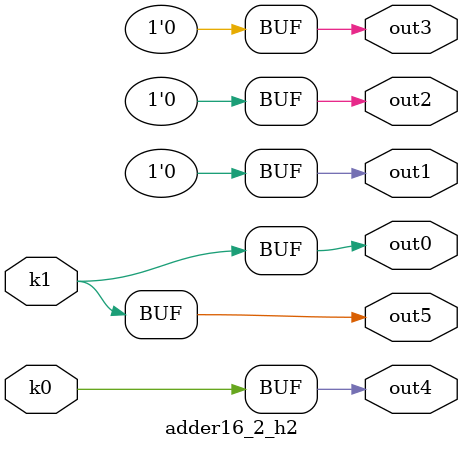
<source format=v>
module adder16_2(pi00, pi01, pi02, pi03, pi04, pi05, pi06, pi07, pi08, pi09, pi10, po0, po1, po2, po3, po4, po5);
input pi00, pi01, pi02, pi03, pi04, pi05, pi06, pi07, pi08, pi09, pi10;
output po0, po1, po2, po3, po4, po5;
wire k0, k1;
adder16_2_w2 DUT1 (pi00, pi01, pi02, pi03, pi04, pi05, pi06, pi07, pi08, pi09, pi10, k0, k1);
adder16_2_h2 DUT2 (k0, k1, po0, po1, po2, po3, po4, po5);
endmodule

module adder16_2_w2(in10, in9, in8, in7, in6, in5, in4, in3, in2, in1, in0, k1, k0);
input in10, in9, in8, in7, in6, in5, in4, in3, in2, in1, in0;
output k1, k0;
assign k0 =   ((in9 ^ in4) & ((in10 & (in5 | ~in0)) | (in5 & ~in0))) | (((~in5 & in0) | (~in10 & (~in5 | in0))) & (~in9 ^ in4));
assign k1 =   in10 ? (in5 ^ in0) : (~in5 ^ in0);
endmodule

module adder16_2_h2(k1, k0, out5, out4, out3, out2, out1, out0);
input k1, k0;
output out5, out4, out3, out2, out1, out0;
assign out0 = k1;
assign out1 = 0;
assign out2 = 0;
assign out3 = 0;
assign out4 = k0;
assign out5 = k1;
endmodule

</source>
